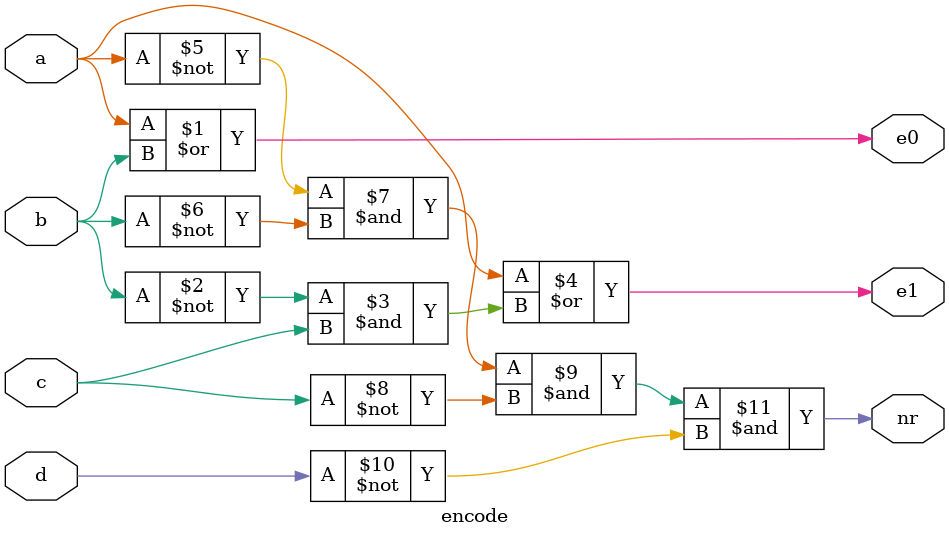
<source format=v>
`timescale 1ns / 1ps



module encode(
    input a,b,c,d,
    output e0,e1,nr
    );
assign e0=a|b;
assign e1=a|~b&c;
assign nr=~a&~b&~c&~d;
endmodule


</source>
